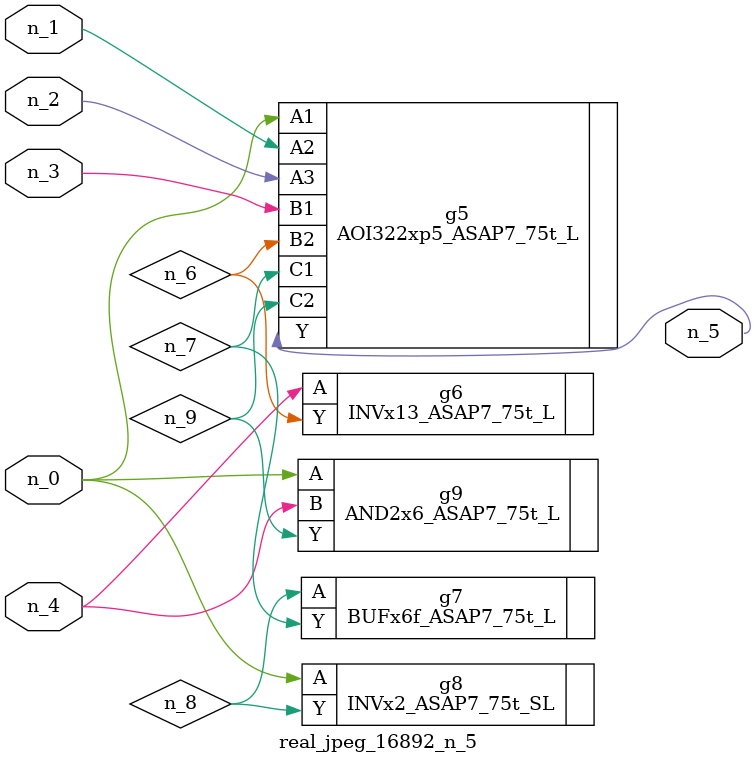
<source format=v>
module real_jpeg_16892_n_5 (n_4, n_0, n_1, n_2, n_3, n_5);

input n_4;
input n_0;
input n_1;
input n_2;
input n_3;

output n_5;

wire n_8;
wire n_6;
wire n_7;
wire n_9;

AOI322xp5_ASAP7_75t_L g5 ( 
.A1(n_0),
.A2(n_1),
.A3(n_2),
.B1(n_3),
.B2(n_6),
.C1(n_7),
.C2(n_9),
.Y(n_5)
);

INVx2_ASAP7_75t_SL g8 ( 
.A(n_0),
.Y(n_8)
);

AND2x6_ASAP7_75t_L g9 ( 
.A(n_0),
.B(n_4),
.Y(n_9)
);

INVx13_ASAP7_75t_L g6 ( 
.A(n_4),
.Y(n_6)
);

BUFx6f_ASAP7_75t_L g7 ( 
.A(n_8),
.Y(n_7)
);


endmodule
</source>
